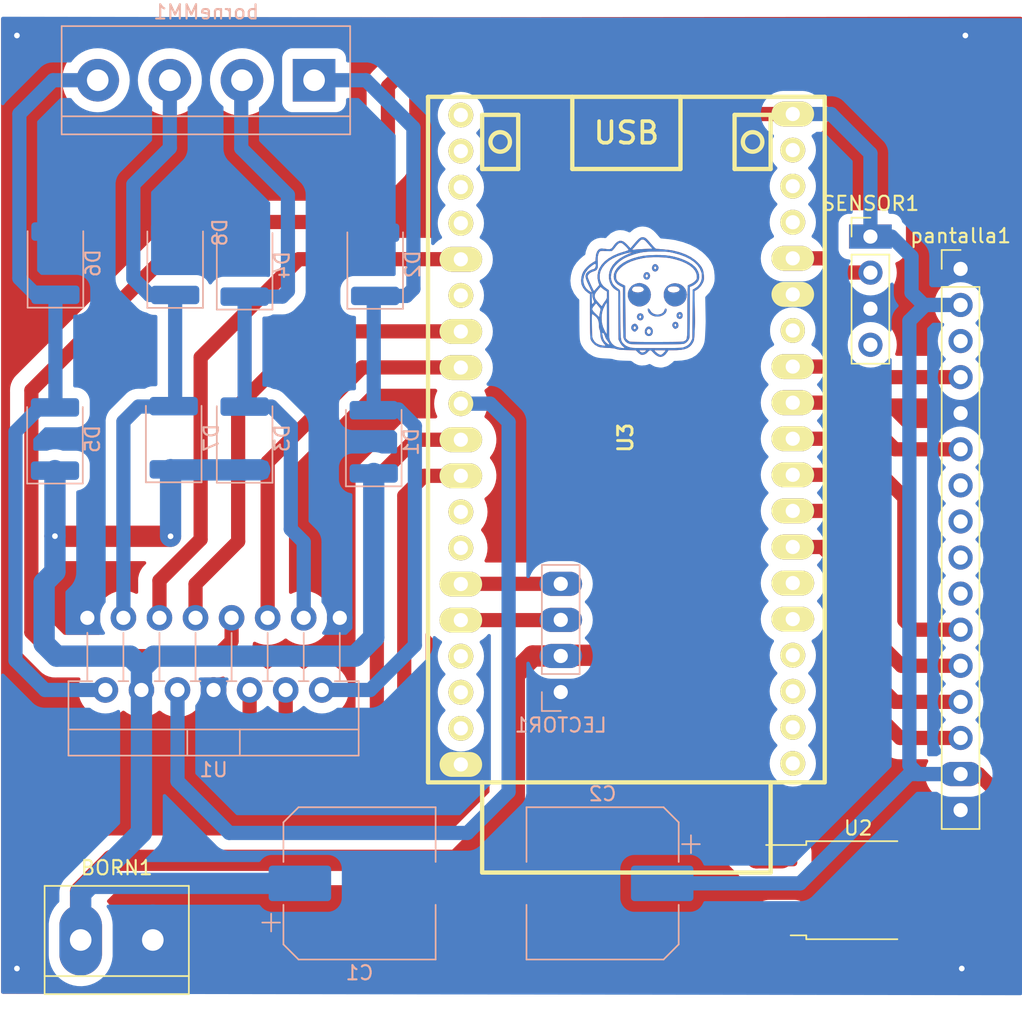
<source format=kicad_pcb>
(kicad_pcb (version 20221018) (generator pcbnew)
  (layers (0 "F.Cu" signal) (31 "B.Cu" signal) (34 "B.Paste" user) (35 "F.Paste" user) (36 "B.SilkS" user "B.Silkscreen") (37 "F.SilkS" user "F.Silkscreen") (38 "B.Mask" user) (39 "F.Mask" user) (44 "Edge.Cuts" user))
  (net 0 "")
  (net 1 "VCC")
  (net 2 "GND")
  (net 3 "/OUT_4")
  (net 4 "/OUT_3")
  (net 5 "/OUT_2")
  (net 6 "/OUT_1")
  (net 7 "+5V")
  (net 8 "/SDA")
  (net 9 "/SCL")
  (net 10 "/TRIG")
  (net 11 "/MA_1")
  (net 12 "/ENA")
  (net 13 "/MA_2")
  (net 14 "/MB_1")
  (net 15 "/ENB")
  (net 16 "/MB_2")
  (net 21 "/RS")
  (net 30 "/E")
  (net 35 "/SCLL")
  (net 36 "/SDAL")
  (net 37 "/D4")
  (net 39 "/D5")
  (net 40 "/D6")
  (net 41 "/D7")
  (footprint "EESTN5:ESP32_DEVKITC" (layer "F.Cu") (at 155.07309 70.130819 90)
    (fp_text reference "U3")
    (fp_text value "ESP32_DEVKITC" hide)
  )
  (footprint "Connector_PinHeader_2.54mm:PinHeader_1x04_P2.54mm_Vertical" (layer "F.Cu") (at 172.2628 55.8392)
    (fp_text reference "SENSOR1")
    (fp_text value "~")
  )
  (footprint "LOGO" (layer "F.Cu") (at 156.171533 59.471811)
    (fp_text reference "G***" hide)
    (fp_text value "LOGO" hide)
  )
  (footprint "LOGO" (layer "F.Cu") (at 156.171533 59.471811)
    (fp_text reference "G***" hide)
    (fp_text value "LOGO" hide)
  )
  (footprint "Connector_PinHeader_2.54mm:PinHeader_1x16_P2.54mm_Vertical" (layer "F.Cu") (at 178.6128 58.1152)
    (fp_text reference "pantalla1")
    (fp_text value "~")
  )
  (footprint "TerminalBlock:TerminalBlock_bornier-2_P5.08mm" (layer "F.Cu") (at 116.6368 105.3592)
    (fp_text reference "BORN1")
    (fp_text value "~")
  )
  (footprint "Package_TO_SOT_SMD:TO-252-2" (layer "F.Cu") (at 171.0522 101.853)
    (fp_text reference "U2")
    (fp_text value "KA78M05_TO252")
  )
  (footprint "Diode_SMD:D_1812_4532Metric_Pad1.30x3.40mm_HandSolder" (layer "B.Cu") (at 123.19 70.0024 90)
    (fp_text reference "D7")
    (fp_text value "1N4001")
  )
  (footprint "TerminalBlock:TerminalBlock_bornier-4_P5.08mm" (layer "B.Cu") (at 133.07669 44.832419 180)
    (fp_text reference "borneMM1")
    (fp_text value "~")
  )
  (footprint "Connector_PinHeader_2.54mm:PinHeader_1x04_P2.54mm_Vertical" (layer "B.Cu") (at 150.45029 87.905619)
    (fp_text reference "LECTOR1")
    (fp_text value "~")
  )
  (footprint "Diode_SMD:D_1812_4532Metric_Pad1.30x3.40mm_HandSolder" (layer "B.Cu") (at 128.18469 57.842019 90)
    (fp_text reference "D4")
    (fp_text value "1N4001")
  )
  (footprint "Package_TO_SOT_THT:TO-220-15_P2.54x2.54mm_StaggerOdd_Lead4.58mm_Vertical" (layer "B.Cu") (at 117.10629 82.678419)
    (fp_text reference "U1")
    (fp_text value "L298HN")
  )
  (footprint "Diode_SMD:D_1812_4532Metric_Pad1.30x3.40mm_HandSolder" (layer "B.Cu") (at 123.2916 57.725819 90)
    (fp_text reference "D8")
    (fp_text value "1N4001")
  )
  (footprint "Diode_SMD:D_1812_4532Metric_Pad1.30x3.40mm_HandSolder" (layer "B.Cu") (at 114.8588 57.7088 90)
    (fp_text reference "D6")
    (fp_text value "1N4001")
  )
  (footprint "Diode_SMD:D_1812_4532Metric_Pad1.30x3.40mm_HandSolder" (layer "B.Cu") (at 114.82429 70.090219 90)
    (fp_text reference "D5")
    (fp_text value "1N4001")
  )
  (footprint "Diode_SMD:D_1812_4532Metric_Pad1.30x3.40mm_HandSolder" (layer "B.Cu") (at 137.27789 70.288019 90)
    (fp_text reference "D1")
    (fp_text value "1N4001")
  )
  (footprint "Diode_SMD:D_1812_4532Metric_Pad1.30x3.40mm_HandSolder" (layer "B.Cu") (at 137.37949 57.791219 90)
    (fp_text reference "D2")
    (fp_text value "1N4001")
  )
  (footprint "Capacitor_SMD:CP_Elec_10x12.5" (layer "B.Cu") (at 136.27709 101.372819)
    (fp_text reference "C1")
    (fp_text value "C")
  )
  (footprint "Capacitor_SMD:CP_Elec_10x12.5" (layer "B.Cu") (at 153.39669 101.372819 180)
    (fp_text reference "C2")
    (fp_text value "C")
  )
  (footprint "Diode_SMD:D_1812_4532Metric_Pad1.30x3.40mm_HandSolder" (layer "B.Cu") (at 128.18469 70.034019 90)
    (fp_text reference "D3")
    (fp_text value "1N4001")
  )
  (segment (start 116.6368 101.952709) (end 116.6368 105.3592) (width 1.5) (layer "F.Cu") (net 1))
  (segment (start 148.47429 85.365619) (end 147.18389 86.656019) (width 1.5) (layer "F.Cu") (net 1))
  (segment (start 147.18389 95.688019) (end 143.11989 99.752019) (width 1.5) (layer "F.Cu") (net 1))
  (segment (start 164.2414 99.573) (end 163.04869 98.38029) (width 1.5) (layer "F.Cu") (net 1))
  (segment (start 143.11989 99.752019) (end 118.83749 99.752019) (width 1.5) (layer "F.Cu") (net 1))
  (segment (start 150.45029 85.365619) (end 148.47429 85.365619) (width 1.5) (layer "F.Cu") (net 1))
  (segment (start 147.18389 86.656019) (end 147.18389 95.688019) (width 1.5) (layer "F.Cu") (net 1))
  (segment (start 163.04869 86.102019) (end 162.26149 85.314819) (width 1.5) (layer "F.Cu") (net 1))
  (segment (start 122.96749 76.938019) (end 114.83469 76.938019) (width 1.5) (layer "F.Cu") (net 1))
  (segment (start 163.04869 98.38029) (end 163.04869 86.102019) (width 1.5) (layer "F.Cu") (net 1))
  (segment (start 150.50109 85.314819) (end 150.45029 85.365619) (width 1.5) (layer "F.Cu") (net 1))
  (segment (start 160.08709 85.314819) (end 150.50109 85.314819) (width 1.5) (layer "F.Cu") (net 1))
  (segment (start 166.0122 99.573) (end 164.2414 99.573) (width 1.5) (layer "F.Cu") (net 1))
  (segment (start 114.83469 76.938019) (end 114.82429 76.927619) (width 1.5) (layer "F.Cu") (net 1))
  (segment (start 162.26149 85.314819) (end 160.08709 85.314819) (width 1.5) (layer "F.Cu") (net 1))
  (segment (start 118.83749 99.752019) (end 116.6368 101.952709) (width 1.5) (layer "F.Cu") (net 1))
  (via (at 114.82429 76.927619) (size 0.8) (drill 0.4) (layers "F.Cu" "B.Cu") (net 1))
  (via (at 122.96749 76.938019) (size 0.8) (drill 0.4) (layers "F.Cu" "B.Cu") (net 1))
  (segment (start 129.25149 72.259019) (end 128.18469 72.259019) (width 1.5) (layer "B.Cu") (net 1))
  (segment (start 128.18469 72.259019) (end 128.17929 72.264419) (width 1.5) (layer "B.Cu") (net 1))
  (segment (start 116.6368 102.069509) (end 116.6368 105.3592) (width 1.5) (layer "B.Cu") (net 1))
  (segment (start 120.91629 87.758419) (end 120.91629 86.253619) (width 1.5) (layer "B.Cu") (net 1))
  (segment (start 114.82429 76.927619) (end 114.82429 72.315219) (width 1.5) (layer "B.Cu") (net 1))
  (segment (start 137.27789 84.065219) (end 137.27789 72.513019) (width 1.5) (layer "B.Cu") (net 1))
  (segment (start 114.82429 79.432019) (end 114.06229 80.194019) (width 1.5) (layer "B.Cu") (net 1))
  (segment (start 120.91629 86.253619) (end 121.79429 85.375619) (width 1.5) (layer "B.Cu") (net 1))
  (segment (start 135.96749 85.375619) (end 137.27789 84.065219) (width 1.5) (layer "B.Cu") (net 1))
  (segment (start 120.12749 85.375619) (end 120.91629 86.164419) (width 1.5) (layer "B.Cu") (net 1))
  (segment (start 117.33349 101.372819) (end 116.6368 102.069509) (width 1.5) (layer "B.Cu") (net 1))
  (segment (start 120.91629 86.164419) (end 120.91629 87.758419) (width 1.5) (layer "B.Cu") (net 1))
  (segment (start 114.06229 84.492019) (end 114.94589 85.375619) (width 1.5) (layer "B.Cu") (net 1))
  (segment (start 121.79429 85.375619) (end 135.96749 85.375619) (width 1.5) (layer "B.Cu") (net 1))
  (segment (start 132.07709 101.372819) (end 117.33349 101.372819) (width 1.5) (layer "B.Cu") (net 1))
  (segment (start 122.97769 72.264419) (end 122.96749 72.254219) (width 1.5) (layer "B.Cu") (net 1))
  (segment (start 122.96749 76.938019) (end 122.96749 72.254219) (width 1.5) (layer "B.Cu") (net 1))
  (segment (start 128.17929 72.264419) (end 122.97769 72.264419) (width 1.5) (layer "B.Cu") (net 1))
  (segment (start 116.6368 102.069509) (end 120.91629 97.790019) (width 1.5) (layer "B.Cu") (net 1))
  (segment (start 114.94589 85.375619) (end 120.12749 85.375619) (width 1.5) (layer "B.Cu") (net 1))
  (segment (start 114.06229 80.194019) (end 114.06229 84.492019) (width 1.5) (layer "B.Cu") (net 1))
  (segment (start 120.91629 97.790019) (end 120.91629 87.758419) (width 1.5) (layer "B.Cu") (net 1))
  (segment (start 114.82429 76.927619) (end 114.82429 79.432019) (width 1.5) (layer "B.Cu") (net 1))
  (via (at 112.14709 41.682819) (size 0.8) (drill 0.4) (layers "F.Cu" "B.Cu") (net 2))
  (via (at 178.94909 41.682819) (size 0.8) (drill 0.4) (layers "F.Cu" "B.Cu") (net 2))
  (via (at 112.14709 107.367219) (size 0.8) (drill 0.4) (layers "F.Cu" "B.Cu") (net 2))
  (via (at 178.69509 107.367219) (size 0.8) (drill 0.4) (layers "F.Cu" "B.Cu") (net 2))
  (segment (start 137.27789 68.007419) (end 137.27789 60.117819) (width 1) (layer "B.Cu") (net 3))
  (segment (start 140.07189 59.518419) (end 140.07189 48.170019) (width 1) (layer "B.Cu") (net 3))
  (segment (start 136.73429 44.832419) (end 133.07669 44.832419) (width 1) (layer "B.Cu") (net 3))
  (segment (start 139.01049 68.007419) (end 137.27789 68.007419) (width 1) (layer "B.Cu") (net 3))
  (segment (start 137.02869 87.758419) (end 140.17349 84.613619) (width 1) (layer "B.Cu") (net 3))
  (segment (start 140.17349 69.170419) (end 139.01049 68.007419) (width 1) (layer "B.Cu") (net 3))
  (segment (start 139.57409 60.016219) (end 140.07189 59.518419) (width 1) (layer "B.Cu") (net 3))
  (segment (start 137.27789 60.117819) (end 137.37949 60.016219) (width 1) (layer "B.Cu") (net 3))
  (segment (start 140.17349 84.613619) (end 140.17349 69.170419) (width 1) (layer "B.Cu") (net 3))
  (segment (start 133.61629 87.758419) (end 137.02869 87.758419) (width 1) (layer "B.Cu") (net 3))
  (segment (start 140.07189 48.170019) (end 136.73429 44.832419) (width 1) (layer "B.Cu") (net 3))
  (segment (start 137.37949 60.016219) (end 139.57409 60.016219) (width 1) (layer "B.Cu") (net 3))
  (segment (start 132.34629 82.678419) (end 132.34629 77.345219) (width 1) (layer "B.Cu") (net 4))
  (segment (start 127.94589 49.627619) (end 127.94589 44.883219) (width 1) (layer "B.Cu") (net 4))
  (segment (start 131.43589 69.170419) (end 130.07449 67.809019) (width 1) (layer "B.Cu") (net 4))
  (segment (start 131.43589 76.434819) (end 131.43589 69.170419) (width 1) (layer "B.Cu") (net 4))
  (segment (start 128.18469 67.809019) (end 128.18469 60.067019) (width 1) (layer "B.Cu") (net 4))
  (segment (start 127.94589 44.883219) (end 127.99669 44.832419) (width 1) (layer "B.Cu") (net 4))
  (segment (start 130.07449 67.809019) (end 128.18469 67.809019) (width 1) (layer "B.Cu") (net 4))
  (segment (start 131.23269 52.914419) (end 127.94589 49.627619) (width 1) (layer "B.Cu") (net 4))
  (segment (start 130.83649 60.067019) (end 131.23269 59.670819) (width 1) (layer "B.Cu") (net 4))
  (segment (start 132.34629 77.345219) (end 131.43589 76.434819) (width 1) (layer "B.Cu") (net 4))
  (segment (start 128.18469 60.067019) (end 130.83649 60.067019) (width 1) (layer "B.Cu") (net 4))
  (segment (start 131.23269 59.670819) (end 131.23269 52.914419) (width 1) (layer "B.Cu") (net 4))
  (segment (start 120.3452 58.801) (end 120.3452 52.1716) (width 1) (layer "B.Cu") (net 5))
  (segment (start 120.3452 52.1716) (end 122.91669 49.60011) (width 1) (layer "B.Cu") (net 5))
  (segment (start 119.64629 82.678419) (end 119.64629 68.869619) (width 1) (layer "B.Cu") (net 5))
  (segment (start 122.91669 49.60011) (end 122.91669 44.832419) (width 1) (layer "B.Cu") (net 5))
  (segment (start 119.64629 68.869619) (end 120.71169 67.804219) (width 1) (layer "B.Cu") (net 5))
  (segment (start 120.71169 67.804219) (end 122.96749 67.804219) (width 1) (layer "B.Cu") (net 5))
  (segment (start 123.2916 59.950819) (end 121.495019 59.950819) (width 1) (layer "B.Cu") (net 5))
  (segment (start 122.96749 67.804219) (end 123.2916 67.480109) (width 1) (layer "B.Cu") (net 5))
  (segment (start 121.495019 59.950819) (end 120.3452 58.801) (width 1) (layer "B.Cu") (net 5))
  (segment (start 123.2916 67.480109) (end 123.2916 59.950819) (width 1) (layer "B.Cu") (net 5))
  (segment (start 114.82429 67.865219) (end 113.75229 67.865219) (width 1) (layer "B.Cu") (net 6))
  (segment (start 114.68709 44.832419) (end 112.3188 47.200709) (width 1) (layer "B.Cu") (net 6))
  (segment (start 113.75229 67.865219) (end 112.04549 69.572019) (width 1) (layer "B.Cu") (net 6))
  (segment (start 114.12829 87.758419) (end 118.37629 87.758419) (width 1) (layer "B.Cu") (net 6))
  (segment (start 112.04549 69.572019) (end 112.04549 85.675619) (width 1) (layer "B.Cu") (net 6))
  (segment (start 114.8588 67.729109) (end 114.77349 67.814419) (width 1) (layer "B.Cu") (net 6))
  (segment (start 117.83669 44.832419) (end 114.68709 44.832419) (width 1) (layer "B.Cu") (net 6))
  (segment (start 113.477 59.9338) (end 114.8588 59.9338) (width 1) (layer "B.Cu") (net 6))
  (segment (start 112.3188 58.7756) (end 113.477 59.9338) (width 1) (layer "B.Cu") (net 6))
  (segment (start 112.04549 85.675619) (end 114.12829 87.758419) (width 1) (layer "B.Cu") (net 6))
  (segment (start 114.8588 59.9338) (end 114.8588 67.729109) (width 1) (layer "B.Cu") (net 6))
  (segment (start 112.3188 47.200709) (end 112.3188 58.7756) (width 1) (layer "B.Cu") (net 6))
  (segment (start 181.2544 95.0468) (end 179.8828 93.6752) (width 1) (layer "F.Cu") (net 7))
  (segment (start 127.26629 84.323219) (end 126.21389 85.375619) (width 1) (layer "F.Cu") (net 7))
  (segment (start 127.26629 82.678419) (end 127.26629 84.323219) (width 1) (layer "F.Cu") (net 7))
  (segment (start 126.21389 85.375619) (end 114.84429 85.375619) (width 1) (layer "F.Cu") (net 7))
  (segment (start 114.84429 85.375619) (end 113.16309 83.694419) (width 1) (layer "F.Cu") (net 7))
  (segment (start 158.297471 42.7736) (end 140.7668 42.7736) (width 1) (layer "F.Cu") (net 7))
  (segment (start 162.73469 47.210819) (end 158.297471 42.7736) (width 1) (layer "F.Cu") (net 7))
  (segment (start 140.7668 42.7736) (end 138.2776 45.2628) (width 1) (layer "F.Cu") (net 7))
  (segment (start 175.8188 107.8484) (end 181.2544 102.4128) (width 1) (layer "F.Cu") (net 7))
  (segment (start 125.0188 54.8132) (end 113.16309 66.66891) (width 1) (layer "F.Cu") (net 7))
  (segment (start 166.79309 47.210819) (end 162.73469 47.210819) (width 1) (layer "F.Cu") (net 7))
  (segment (start 164.8968 107.8484) (end 175.8188 107.8484) (width 1) (layer "F.Cu") (net 7))
  (segment (start 138.2776 50.6476) (end 134.112 54.8132) (width 1) (layer "F.Cu") (net 7))
  (segment (start 113.16309 83.694419) (end 113.31549 83.846819) (width 1) (layer "F.Cu") (net 7))
  (segment (start 164.2942 104.133) (end 163.7284 104.6988) (width 1) (layer "F.Cu") (net 7))
  (segment (start 166.0122 104.133) (end 164.2942 104.133) (width 1) (layer "F.Cu") (net 7))
  (segment (start 134.112 54.8132) (end 125.0188 54.8132) (width 1) (layer "F.Cu") (net 7))
  (segment (start 179.8828 93.6752) (end 178.6128 93.6752) (width 1) (layer "F.Cu") (net 7))
  (segment (start 181.2544 102.4128) (end 181.2544 95.0468) (width 1) (layer "F.Cu") (net 7))
  (segment (start 138.2776 45.2628) (end 138.2776 50.6476) (width 1) (layer "F.Cu") (net 7))
  (segment (start 163.7284 106.68) (end 164.8968 107.8484) (width 1) (layer "F.Cu") (net 7))
  (segment (start 113.16309 66.66891) (end 113.16309 83.694419) (width 1) (layer "F.Cu") (net 7))
  (segment (start 163.7284 104.6988) (end 163.7284 106.68) (width 1) (layer "F.Cu") (net 7))
  (segment (start 167.308381 101.372819) (end 175.006 93.6752) (width 1) (layer "B.Cu") (net 7))
  (segment (start 173.746 55.8392) (end 175.1584 57.2516) (width 1) (layer "B.Cu") (net 7))
  (segment (start 176.022 60.6552) (end 178.6128 60.6552) (width 1) (layer "B.Cu") (net 7))
  (segment (start 175.1584 57.2516) (end 175.1584 59.7916) (width 1) (layer "B.Cu") (net 7))
  (segment (start 175.1584 59.7916) (end 176.022 60.6552) (width 1) (layer "B.Cu") (net 7))
  (segment (start 175.006 93.0656) (end 175.6156 93.6752) (width 1) (layer "B.Cu") (net 7))
  (segment (start 166.79309 47.210819) (end 169.486419 47.210819) (width 1) (layer "B.Cu") (net 7))
  (segment (start 172.2628 55.8392) (end 173.746 55.8392) (width 1) (layer "B.Cu") (net 7))
  (segment (start 157.59669 101.372819) (end 167.308381 101.372819) (width 1) (layer "B.Cu") (net 7))
  (segment (start 175.6156 93.6752) (end 178.6128 93.6752) (width 1) (layer "B.Cu") (net 7))
  (segment (start 178.6128 60.6552) (end 176.1236 60.6552) (width 1) (layer "B.Cu") (net 7))
  (segment (start 175.006 93.6752) (end 178.6128 93.6752) (width 1) (layer "B.Cu") (net 7))
  (segment (start 176.1236 60.6552) (end 175.006 61.7728) (width 1) (layer "B.Cu") (net 7))
  (segment (start 175.006 61.7728) (end 175.006 93.0656) (width 1) (layer "B.Cu") (net 7))
  (segment (start 169.486419 47.210819) (end 172.2628 49.9872) (width 1) (layer "B.Cu") (net 7))
  (segment (start 172.2628 49.9872) (end 172.2628 55.8392) (width 1) (layer "B.Cu") (net 7))
  (segment (start 166.78909 80.234819) (end 166.79309 80.230819) (width 1) (layer "F.Cu") (net 9))
  (segment (start 169.080019 57.370819) (end 170.0784 58.3692) (width 1) (layer "F.Cu") (net 10))
  (segment (start 166.79309 57.370819) (end 169.080019 57.370819) (width 1) (layer "F.Cu") (net 10))
  (segment (start 170.0784 58.3692) (end 172.2528 58.3692) (width 1) (layer "F.Cu") (net 10))
  (segment (start 172.2528 58.3692) (end 172.2628 58.3792) (width 1) (layer "F.Cu") (net 10))
  (segment (start 131.99949 57.430819) (end 143.40309 57.430819) (width 1) (layer "F.Cu") (net 11))
  (segment (start 125.08589 77.156419) (end 125.08589 64.344419) (width 1) (layer "F.Cu") (net 11))
  (segment (start 125.08589 64.344419) (end 131.99949 57.430819) (width 1) (layer "F.Cu") (net 11))
  (segment (start 143.40309 57.430819) (end 143.41309 57.440819) (width 1) (layer "F.Cu") (net 11))
  (segment (start 122.18629 80.056019) (end 125.08589 77.156419) (width 1) (layer "F.Cu") (net 11))
  (segment (start 122.18629 82.678419) (end 122.18629 80.056019) (width 1) (layer "F.Cu") (net 11))
  (segment (start 146.77749 94.926019) (end 146.77749 68.90109) (width 1) (layer "B.Cu") (net 12))
  (segment (start 146.77749 68.90109) (end 145.477219 67.600819) (width 1) (layer "B.Cu") (net 12))
  (segment (start 123.45629 87.758419) (end 123.45629 94.180019) (width 1) (layer "B.Cu") (net 12))
  (segment (start 143.88189 97.821619) (end 146.77749 94.926019) (width 1) (layer "B.Cu") (net 12))
  (segment (start 123.45629 94.180019) (end 127.09789 97.821619) (width 1) (layer "B.Cu") (net 12))
  (segment (start 145.477219 67.600819) (end 143.41309 67.600819) (width 1) (layer "B.Cu") (net 12))
  (segment (start 127.09789 97.821619) (end 143.88189 97.821619) (width 1) (layer "B.Cu") (net 12))
  (segment (start 127.72749 67.748019) (end 132.96469 62.510819) (width 1) (layer "F.Cu") (net 13))
  (segment (start 143.40309 62.510819) (end 143.41309 62.520819) (width 1) (layer "F.Cu") (net 13))
  (segment (start 132.96469 62.510819) (end 143.40309 62.510819) (width 1) (layer "F.Cu") (net 13))
  (segment (start 124.72629 80.30251) (end 127.72749 77.30131) (width 1) (layer "F.Cu") (net 13))
  (segment (start 124.72629 82.678419) (end 124.72629 80.30251) (width 1) (layer "F.Cu") (net 13))
  (segment (start 127.72749 77.30131) (end 127.72749 67.748019) (width 1) (layer "F.Cu") (net 13))
  (segment (start 136.3472 94.0816) (end 131.1148 94.0816) (width 1) (layer "F.Cu") (net 14))
  (segment (start 139.42669 91.00211) (end 136.3472 94.0816) (width 1) (layer "F.Cu") (net 14))
  (segment (start 139.42669 74.093219) (end 139.42669 91.00211) (width 1) (layer "F.Cu") (net 14))
  (segment (start 143.41309 72.680819) (end 140.83909 72.680819) (width 1) (layer "F.Cu") (net 14))
  (segment (start 140.83909 72.680819) (end 139.42669 74.093219) (width 1) (layer "F.Cu") (net 14))
  (segment (start 128.53629 91.50309) (end 128.53629 87.758419) (width 1) (layer "F.Cu") (net 14))
  (segment (start 131.1148 94.0816) (end 128.53629 91.50309) (width 1) (layer "F.Cu") (net 14))
  (segment (start 143.41309 65.060819) (end 143.40309 65.050819) (width 1) (layer "F.Cu") (net 15))
  (segment (start 143.40309 65.050819) (end 136.46989 65.050819) (width 1) (layer "F.Cu") (net 15))
  (segment (start 136.46989 65.050819) (end 129.80629 71.714419) (width 1) (layer "F.Cu") (net 15))
  (segment (start 129.80629 71.714419) (end 129.80629 82.678419) (width 1) (layer "F.Cu") (net 15))
  (segment (start 131.07629 90.48709) (end 132.4864 91.8972) (width 1) (layer "F.Cu") (net 16))
  (segment (start 137.49629 72.823219) (end 140.17869 70.140819) (width 1) (layer "F.Cu") (net 16))
  (segment (start 131.07629 87.758419) (end 131.07629 90.48709) (width 1) (layer "F.Cu") (net 16))
  (segment (start 135.4328 91.8972) (end 137.49629 89.83371) (width 1) (layer "F.Cu") (net 16))
  (segment (start 137.49629 89.83371) (end 137.49629 72.823219) (width 1) (layer "F.Cu") (net 16))
  (segment (start 140.17869 70.140819) (end 143.41309 70.140819) (width 1) (layer "F.Cu") (net 16))
  (segment (start 132.4864 91.8972) (end 135.4328 91.8972) (width 1) (layer "F.Cu") (net 16))
  (segment (start 170.5864 65.7352) (end 178.6128 65.7352) (width 1) (layer "F.Cu") (net 21))
  (segment (start 166.79309 64.990819) (end 169.842019 64.990819) (width 1) (layer "F.Cu") (net 21))
  (segment (start 169.842019 64.990819) (end 170.5864 65.7352) (width 1) (layer "F.Cu") (net 21))
  (segment (start 173.99 70.8152) (end 178.6128 70.8152) (width 1) (layer "F.Cu") (net 30))
  (segment (start 166.79309 67.530819) (end 170.705619 67.530819) (width 1) (layer "F.Cu") (net 30))
  (segment (start 170.705619 67.530819) (end 173.99 70.8152) (width 1) (layer "F.Cu") (net 30))
  (segment (start 150.45029 80.285619) (end 143.42829 80.285619) (width 1) (layer "F.Cu") (net 35))
  (segment (start 143.42829 80.285619) (end 143.41309 80.300819) (width 1) (layer "F.Cu") (net 35))
  (segment (start 143.41309 82.840819) (end 150.43509 82.840819) (width 1) (layer "F.Cu") (net 36))
  (segment (start 150.43509 82.840819) (end 150.45029 82.825619) (width 1) (layer "F.Cu") (net 36))
  (segment (start 175.3108 83.5152) (end 178.6128 83.5152) (width 1) (layer "F.Cu") (net 37))
  (segment (start 174.6504 82.8548) (end 175.3108 83.5152) (width 1) (layer "F.Cu") (net 37))
  (segment (start 170.502419 70.070819) (end 174.6504 74.2188) (width 1) (layer "F.Cu") (net 37))
  (segment (start 174.6504 74.2188) (end 174.6504 82.8548) (width 1) (layer "F.Cu") (net 37))
  (segment (start 166.79309 70.070819) (end 170.502419 70.070819) (width 1) (layer "F.Cu") (net 37))
  (segment (start 173.0372 84.6452) (end 174.4472 86.0552) (width 1) (layer "F.Cu") (net 39))
  (segment (start 169.689619 72.610819) (end 173.0372 75.9584) (width 1) (layer "F.Cu") (net 39))
  (segment (start 173.0372 75.9584) (end 173.0372 84.6452) (width 1) (layer "F.Cu") (net 39))
  (segment (start 166.79309 72.610819) (end 169.689619 72.610819) (width 1) (layer "F.Cu") (net 39))
  (segment (start 174.4472 86.0552) (end 178.6128 86.0552) (width 1) (layer "F.Cu") (net 39))
  (segment (start 173.99 88.5952) (end 178.6128 88.5952) (width 1) (layer "F.Cu") (net 40))
  (segment (start 169.588019 75.150819) (end 171.6532 77.216) (width 1) (layer "F.Cu") (net 40))
  (segment (start 166.79309 75.150819) (end 169.588019 75.150819) (width 1) (layer "F.Cu") (net 40))
  (segment (start 171.6532 77.216) (end 171.6532 86.2584) (width 1) (layer "F.Cu") (net 40))
  (segment (start 171.6532 86.2584) (end 173.99 88.5952) (width 1) (layer "F.Cu") (net 40))
  (segment (start 170.0276 78.8416) (end 170.0276 86.8172) (width 1) (layer "F.Cu") (net 41))
  (segment (start 174.3456 91.1352) (end 178.6128 91.1352) (width 1) (layer "F.Cu") (net 41))
  (segment (start 168.876819 77.690819) (end 170.0276 78.8416) (width 1) (layer "F.Cu") (net 41))
  (segment (start 170.0276 86.8172) (end 174.3456 91.1352) (width 1) (layer "F.Cu") (net 41))
  (segment (start 166.79309 77.690819) (end 168.876819 77.690819) (width 1) (layer "F.Cu") (net 41))
  (zone (net 2) (net_name "GND") (layer "F.Cu") (connect_pads yes (clearance 1)) (min_thickness 0.25) (fill yes (thermal_gap 0.5) (thermal_bridge_width 0.5) (island_removal_mode 2) (island_area_min 1000))
    (polygon (pts (xy 182.96229 40.362019) (xy 182.96229 109.145219) (xy 111.02949 109.145219) (xy 111.02949 40.420979)))
  )
  (zone (net 2) (net_name "GND") (layer "B.Cu") (connect_pads yes (clearance 0.75)) (min_thickness 0.25) (fill yes (thermal_gap 0.5) (thermal_bridge_width 0.5) (island_removal_mode 2) (island_area_min 100))
    (polygon (pts (xy 182.96229 40.463619) (xy 182.96229 109.246819) (xy 111.02949 109.145219) (xy 111.02949 40.362019)))
  )
)
</source>
